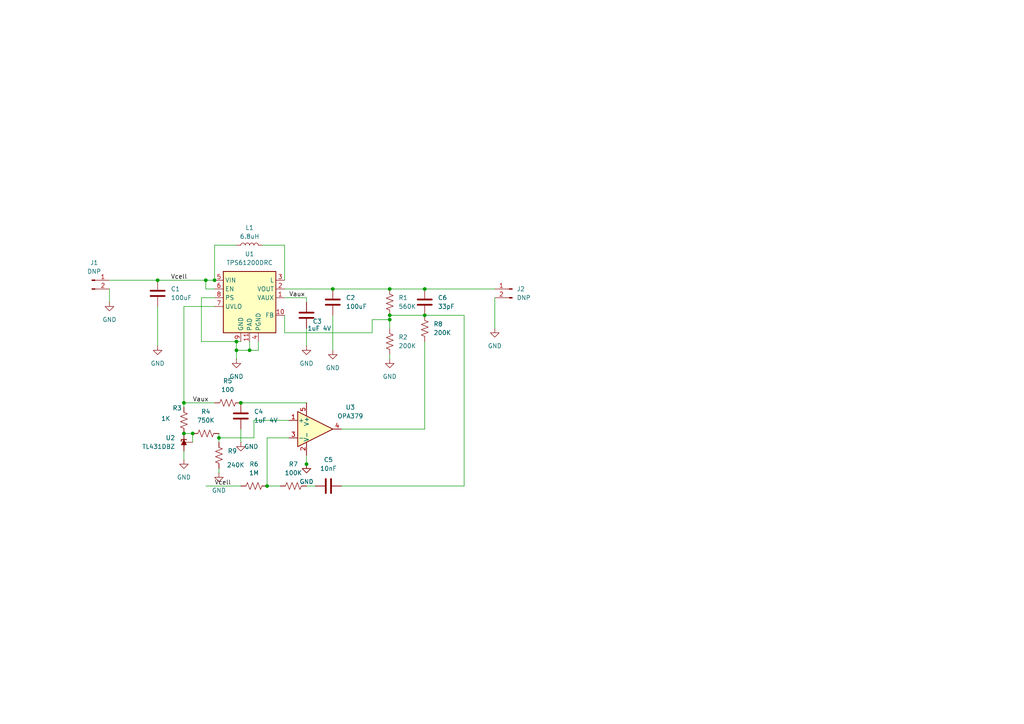
<source format=kicad_sch>
(kicad_sch (version 20231120) (generator "eeschema") (generator_version "8.0")
  (paper "A4")
  (lib_symbols
    (symbol "Amplifier_Operational:OPA376xxDCK" (pin_names (offset 0.127))
      (property "Reference" "U" (at 0 5.08 0))
      (property "Value" "OPA376xxDCK" (at 0 -5.08 0))
      (symbol "OPA376xxDCK_0_1"
        (polyline (pts (xy -5.08 5.08) (xy 5.08 0) (xy -5.08 -5.08) (xy -5.08 5.08)) (stroke (width 0.254)) (fill (type background)))
        (pin power_in line (at -2.54 -7.62 90) (length 3.81) (name "V-") (number "2"))
        (pin power_in line (at -2.54 7.62 270) (length 3.81) (name "V+") (number "5"))
      )
      (symbol "OPA376xxDCK_1_1"
        (pin input line (at -7.62 2.54 0) (length 2.54) (name "+") (number "1"))
        (pin input line (at -7.62 -2.54 0) (length 2.54) (name "-") (number "3"))
        (pin output line (at 7.62 0 180) (length 2.54) (name "~") (number "4"))
      )
    )
    (symbol "Connector:Conn_01x02_Pin" (pin_names (offset 1.016) hide)
      (property "Reference" "J" (at 0 2.54 0))
      (property "Value" "Conn_01x02_Pin" (at 0 -5.08 0))
      (symbol "Conn_01x02_Pin_1_1"
        (polyline (pts (xy 1.27 -2.54) (xy 0.8636 -2.54)) (stroke (width 0.1524)))
        (polyline (pts (xy 1.27 0) (xy 0.8636 0)) (stroke (width 0.1524)))
        (rectangle (start 0.8636 -2.413) (end 0 -2.667) (stroke (width 0.1524)) (fill (type outline)))
        (rectangle (start 0.8636 0.127) (end 0 -0.127) (stroke (width 0.1524)) (fill (type outline)))
        (pin passive line (at 5.08 0 180) (length 3.81) (name "Pin_1") (number "1"))
        (pin passive line (at 5.08 -2.54 180) (length 3.81) (name "Pin_2") (number "2"))
      )
    )
    (symbol "Device:C" (pin_numbers hide) (pin_names (offset 0.254))
      (property "Reference" "C" (at 0.635 2.54 0))
      (property "Value" "C" (at 0.635 -2.54 0))
      (symbol "C_0_1"
        (polyline (pts (xy -2.032 -0.762) (xy 2.032 -0.762)) (stroke (width 0.508)))
        (polyline (pts (xy -2.032 0.762) (xy 2.032 0.762)) (stroke (width 0.508)))
      )
      (symbol "C_1_1"
        (pin passive line (at 0 3.81 270) (length 2.794) (name "~") (number "1"))
        (pin passive line (at 0 -3.81 90) (length 2.794) (name "~") (number "2"))
      )
    )
    (symbol "Device:L" (pin_numbers hide) (pin_names (offset 1.016) hide)
      (property "Reference" "L" (at -1.27 0 90))
      (property "Value" "L" (at 1.905 0 90))
      (symbol "L_0_1"
        (arc (start 0 -2.54) (mid 0.6323 -1.905) (end 0 -1.27))
        (arc (start 0 -1.27) (mid 0.6323 -0.635) (end 0 0))
        (arc (start 0 0) (mid 0.6323 0.635) (end 0 1.27))
        (arc (start 0 1.27) (mid 0.6323 1.905) (end 0 2.54))
      )
      (symbol "L_1_1"
        (pin passive line (at 0 3.81 270) (length 1.27) (name "1") (number "1"))
        (pin passive line (at 0 -3.81 90) (length 1.27) (name "2") (number "2"))
      )
    )
    (symbol "Device:R_US" (pin_numbers hide) (pin_names (offset 0))
      (property "Reference" "R" (at 2.54 0 90))
      (property "Value" "R_US" (at -2.54 0 90))
      (symbol "R_US_0_1"
        (polyline (pts (xy 0 -2.286) (xy 0 -2.54)))
        (polyline (pts (xy 0 2.286) (xy 0 2.54)))
        (polyline (pts (xy 0 -0.762) (xy 1.016 -1.143) (xy 0 -1.524) (xy -1.016 -1.905) (xy 0 -2.286)))
        (polyline (pts (xy 0 0.762) (xy 1.016 0.381) (xy 0 0) (xy -1.016 -0.381) (xy 0 -0.762)))
        (polyline (pts (xy 0 2.286) (xy 1.016 1.905) (xy 0 1.524) (xy -1.016 1.143) (xy 0 0.762)))
      )
      (symbol "R_US_1_1"
        (pin passive line (at 0 3.81 270) (length 1.27) (name "~") (number "1"))
        (pin passive line (at 0 -3.81 90) (length 1.27) (name "~") (number "2"))
      )
    )
    (symbol "Reference_Voltage:TL431DBZ" (pin_numbers hide) (pin_names hide)
      (property "Reference" "U" (at -2.54 2.54 0))
      (property "Value" "TL431DBZ" (at 0 -2.54 0))
      (symbol "TL431DBZ_0_1"
        (polyline (pts (xy -1.27 0) (xy 0 0) (xy 1.27 0)))
        (polyline (pts (xy -0.762 -0.762) (xy -0.762 0.762) (xy 0.762 0) (xy -0.762 -0.762)) (fill (type outline)))
        (polyline (pts (xy 0.254 -0.762) (xy 0.762 -0.762) (xy 0.762 0.762) (xy 0.762 0.762)) (stroke (width 0.254)))
      )
      (symbol "TL431DBZ_1_1"
        (pin passive line (at 2.54 0 180) (length 2.54) (name "K") (number "1"))
        (pin passive line (at 0 2.54 270) (length 2.54) (name "REF") (number "2"))
        (pin passive line (at -2.54 0 0) (length 2.54) (name "A") (number "3"))
      )
    )
    (symbol "Regulator_Switching:TPS61200DRC"
      (property "Reference" "U" (at -10.16 8.89 0))
      (property "Value" "TPS61200DRC" (at -2.54 8.89 0))
      (symbol "TPS61200DRC_0_1"
        (rectangle (start -7.62 7.62) (end 7.62 -10.16) (stroke (width 0.254)) (fill (type background)))
      )
      (symbol "TPS61200DRC_1_1"
        (pin bidirectional line (at 10.16 0 180) (length 2.54) (name "VAUX") (number "1"))
        (pin input line (at 10.16 -5.08 180) (length 2.54) (name "FB") (number "10"))
        (pin power_in line (at 0 -12.7 90) (length 2.54) (name "PAD") (number "11"))
        (pin power_out line (at 10.16 2.54 180) (length 2.54) (name "VOUT") (number "2"))
        (pin input line (at 10.16 5.08 180) (length 2.54) (name "L") (number "3"))
        (pin power_in line (at 2.54 -12.7 90) (length 2.54) (name "PGND") (number "4"))
        (pin power_in line (at -10.16 5.08 0) (length 2.54) (name "VIN") (number "5"))
        (pin input line (at -10.16 2.54 0) (length 2.54) (name "EN") (number "6"))
        (pin input line (at -10.16 -2.54 0) (length 2.54) (name "UVLO") (number "7"))
        (pin input line (at -10.16 0 0) (length 2.54) (name "PS") (number "8"))
        (pin power_in line (at -2.54 -12.7 90) (length 2.54) (name "GND") (number "9"))
      )
    )
    (symbol "power:GND" (power) (pin_numbers hide) (pin_names (offset 0) hide)
      (property "Value" "GND" (at 0 -3.81 0))
      (symbol "GND_0_1"
        (polyline (pts (xy 0 0) (xy 0 -1.27) (xy 1.27 -1.27) (xy 0 -2.54) (xy -1.27 -1.27) (xy 0 -1.27)))
      )
      (symbol "GND_1_1"
        (pin power_in line (at 0 0 270) (length 0) (name "~") (number "1"))
      )
    )
  )
  (junction (at 53.34 116.84))
  (junction (at 59.69 81.28))
  (junction (at 62.23 81.28))
  (junction (at 113.03 83.82))
  (junction (at 123.19 91.44))
  (junction (at 45.72 81.28))
  (junction (at 96.52 83.82))
  (junction (at 68.58 99.06))
  (junction (at 77.47 140.97))
  (junction (at 88.9 134.62))
  (junction (at 113.03 92.71))
  (junction (at 69.85 116.84))
  (junction (at 63.5 127))
  (junction (at 55.88 125.73))
  (junction (at 113.03 91.44))
  (junction (at 68.58 101.6))
  (junction (at 53.34 125.73))
  (junction (at 72.39 101.6))
  (junction (at 123.19 83.82))
  (wire (pts (xy 62.23 88.9) (xy 53.34 88.9)))
  (wire (pts (xy 63.5 125.73) (xy 63.5 127)))
  (wire (pts (xy 62.23 71.12) (xy 68.58 71.12)))
  (wire (pts (xy 88.9 140.97) (xy 91.44 140.97)))
  (wire (pts (xy 82.55 71.12) (xy 82.55 81.28)))
  (wire (pts (xy 88.9 95.25) (xy 88.9 100.33)))
  (wire (pts (xy 88.9 132.08) (xy 88.9 134.62)))
  (wire (pts (xy 63.5 127) (xy 63.5 128.27)))
  (wire (pts (xy 113.03 91.44) (xy 113.03 92.71)))
  (wire (pts (xy 123.19 83.82) (xy 143.51 83.82)))
  (wire (pts (xy 96.52 83.82) (xy 113.03 83.82)))
  (wire (pts (xy 55.88 125.73) (xy 55.88 128.27)))
  (wire (pts (xy 88.9 86.36) (xy 88.9 87.63)))
  (wire (pts (xy 83.82 121.92) (xy 73.66 121.92)))
  (wire (pts (xy 59.69 81.28) (xy 62.23 81.28)))
  (wire (pts (xy 58.42 99.06) (xy 68.58 99.06)))
  (wire (pts (xy 123.19 91.44) (xy 113.03 91.44)))
  (wire (pts (xy 63.5 135.89) (xy 63.5 137.16)))
  (wire (pts (xy 77.47 127) (xy 77.47 140.97)))
  (wire (pts (xy 68.58 99.06) (xy 68.58 101.6)))
  (wire (pts (xy 53.34 88.9) (xy 53.34 116.84)))
  (wire (pts (xy 62.23 81.28) (xy 62.23 71.12)))
  (wire (pts (xy 113.03 83.82) (xy 123.19 83.82)))
  (wire (pts (xy 96.52 91.44) (xy 96.52 101.6)))
  (wire (pts (xy 45.72 81.28) (xy 59.69 81.28)))
  (wire (pts (xy 73.66 127) (xy 63.5 127)))
  (wire (pts (xy 59.69 83.82) (xy 59.69 81.28)))
  (wire (pts (xy 45.72 88.9) (xy 45.72 100.33)))
  (wire (pts (xy 62.23 86.36) (xy 58.42 86.36)))
  (wire (pts (xy 72.39 99.06) (xy 72.39 101.6)))
  (wire (pts (xy 55.88 125.73) (xy 53.34 125.73)))
  (wire (pts (xy 31.75 81.28) (xy 45.72 81.28)))
  (wire (pts (xy 134.62 140.97) (xy 134.62 91.44)))
  (wire (pts (xy 74.93 99.06) (xy 74.93 101.6)))
  (wire (pts (xy 76.2 71.12) (xy 82.55 71.12)))
  (wire (pts (xy 113.03 102.87) (xy 113.03 104.14)))
  (wire (pts (xy 31.75 83.82) (xy 31.75 87.63)))
  (wire (pts (xy 143.51 86.36) (xy 143.51 95.25)))
  (wire (pts (xy 107.95 96.52) (xy 107.95 92.71)))
  (wire (pts (xy 82.55 96.52) (xy 107.95 96.52)))
  (wire (pts (xy 82.55 83.82) (xy 96.52 83.82)))
  (wire (pts (xy 83.82 127) (xy 77.47 127)))
  (wire (pts (xy 107.95 92.71) (xy 113.03 92.71)))
  (wire (pts (xy 123.19 124.46) (xy 123.19 99.06)))
  (wire (pts (xy 53.34 116.84) (xy 53.34 118.11)))
  (wire (pts (xy 68.58 99.06) (xy 69.85 99.06)))
  (wire (pts (xy 62.23 83.82) (xy 59.69 83.82)))
  (wire (pts (xy 99.06 124.46) (xy 123.19 124.46)))
  (wire (pts (xy 69.85 124.46) (xy 69.85 128.27)))
  (wire (pts (xy 113.03 92.71) (xy 113.03 95.25)))
  (wire (pts (xy 59.69 140.97) (xy 69.85 140.97)))
  (wire (pts (xy 53.34 130.81) (xy 53.34 133.35)))
  (wire (pts (xy 68.58 101.6) (xy 68.58 104.14)))
  (wire (pts (xy 62.23 116.84) (xy 53.34 116.84)))
  (wire (pts (xy 72.39 101.6) (xy 68.58 101.6)))
  (wire (pts (xy 69.85 116.84) (xy 88.9 116.84)))
  (wire (pts (xy 77.47 140.97) (xy 81.28 140.97)))
  (wire (pts (xy 73.66 121.92) (xy 73.66 127)))
  (wire (pts (xy 82.55 86.36) (xy 88.9 86.36)))
  (wire (pts (xy 58.42 86.36) (xy 58.42 99.06)))
  (wire (pts (xy 82.55 91.44) (xy 82.55 96.52)))
  (wire (pts (xy 134.62 91.44) (xy 123.19 91.44)))
  (wire (pts (xy 99.06 140.97) (xy 134.62 140.97)))
  (wire (pts (xy 74.93 101.6) (xy 72.39 101.6)))
  (label "Vcell" (at 62.23 140.97 0))
  (label "Vaux" (at 83.82 86.36 0))
  (label "Vcell" (at 49.53 81.28 0))
  (label "Vaux" (at 55.88 116.84 0))
  (symbol (lib_id "power:GND") (at 96.52 101.6 0) (unit 1)
    (property "Reference" "#PWR02" (effects (hide yes)))
    (property "Value" "GND" (at 96.52 106.68 0))
    (property "Description" "Power symbol creates a global label with name \"GND\" , ground" (effects (hide yes)))
  )
  (symbol (lib_id "Device:R_US") (at 53.34 121.92 0) (unit 1)
    (property "Reference" "R3" (at 50.038 118.364 0) (effects (justify left)))
    (property "Value" "1K" (at 46.736 121.412 0) (effects (justify left)))
    (property "Footprint" "Resistor_SMD:R_0402_1005Metric" (effects (hide yes)))
    (property "Description" "Resistor, US symbol" (effects (hide yes)))
  )
  (symbol (lib_id "Device:C") (at 88.9 91.44 0) (unit 1)
    (property "Reference" "C3" (at 90.678 93.218 0) (effects (justify left)))
    (property "Value" "1uF 4V" (at 89.154 95.25 0) (effects (justify left)))
    (property "Footprint" "Capacitor_SMD:C_0402_1005Metric" (effects (hide yes)))
    (property "Description" "Unpolarized capacitor" (effects (hide yes)))
  )
  (symbol (lib_id "power:GND") (at 88.9 134.62 0) (unit 1)
    (property "Reference" "#PWR012" (effects (hide yes)))
    (property "Value" "GND" (at 88.9 139.7 0))
    (property "Description" "Power symbol creates a global label with name \"GND\" , ground" (effects (hide yes)))
  )
  (symbol (lib_id "Device:C") (at 95.25 140.97 90) (unit 1)
    (property "Reference" "C5" (at 95.25 133.35 90))
    (property "Value" "10nF" (at 95.25 135.89 90))
    (property "Footprint" "Capacitor_SMD:C_0402_1005Metric" (effects (hide yes)))
    (property "Description" "Unpolarized capacitor" (effects (hide yes)))
  )
  (symbol (lib_id "Device:R_US") (at 59.69 125.73 90) (unit 1)
    (property "Reference" "R4" (at 59.69 119.38 90))
    (property "Value" "750K" (at 59.69 121.92 90))
    (property "Footprint" "Resistor_SMD:R_0402_1005Metric" (effects (hide yes)))
    (property "Description" "Resistor, US symbol" (effects (hide yes)))
  )
  (symbol (lib_id "power:GND") (at 53.34 133.35 0) (unit 1)
    (property "Reference" "#PWR06" (effects (hide yes)))
    (property "Value" "GND" (at 53.34 138.43 0))
    (property "Description" "Power symbol creates a global label with name \"GND\" , ground" (effects (hide yes)))
  )
  (symbol (lib_id "power:GND") (at 69.85 128.27 0) (unit 1)
    (property "Reference" "#PWR07" (effects (hide yes)))
    (property "Value" "GND" (at 72.898 129.54 0))
    (property "Description" "Power symbol creates a global label with name \"GND\" , ground" (effects (hide yes)))
  )
  (symbol (lib_id "Device:R_US") (at 85.09 140.97 90) (unit 1)
    (property "Reference" "R7" (at 85.09 134.62 90))
    (property "Value" "100K" (at 85.09 137.16 90))
    (property "Footprint" "Resistor_SMD:R_0402_1005Metric" (effects (hide yes)))
    (property "Description" "Resistor, US symbol" (effects (hide yes)))
  )
  (symbol (lib_id "Connector:Conn_01x02_Pin") (at 26.67 81.28 0) (unit 1)
    (property "Reference" "J1" (at 27.305 76.2 0))
    (property "Value" "DNP" (at 27.305 78.74 0))
    (property "Footprint" "Connector_PinHeader_2.54mm:PinHeader_1x02_P2.54mm_Vertical" (effects (hide yes)))
    (property "Description" "Generic connector, single row, 01x02, script generated" (effects (hide yes)))
  )
  (symbol (lib_id "power:GND") (at 88.9 100.33 0) (unit 1)
    (property "Reference" "#PWR01" (effects (hide yes)))
    (property "Value" "GND" (at 88.9 105.41 0))
    (property "Description" "Power symbol creates a global label with name \"GND\" , ground" (effects (hide yes)))
  )
  (symbol (lib_id "Amplifier_Operational:OPA376xxDCK") (at 91.44 124.46 0) (unit 1)
    (property "Reference" "U3" (at 101.6 118.1414 0))
    (property "Value" "OPA379" (at 101.6 120.6814 0))
    (property "Footprint" "Package_TO_SOT_SMD:SOT-353_SC-70-5" (effects (hide yes)))
    (property "Datasheet" "http://www.ti.com/lit/ds/symlink/opa376.pdf" (effects (hide yes)))
    (property "Description" "Single Low-Noise, Low Quiescent Current, Precision Operational Amplifier e-trim Series, SC-70-5" (effects (hide yes)))
  )
  (symbol (lib_id "power:GND") (at 68.58 104.14 0) (unit 1)
    (property "Reference" "#PWR04" (effects (hide yes)))
    (property "Value" "GND" (at 68.58 109.22 0))
    (property "Description" "Power symbol creates a global label with name \"GND\" , ground" (effects (hide yes)))
  )
  (symbol (lib_id "Device:C") (at 123.19 87.63 0) (unit 1)
    (property "Reference" "C6" (at 127 86.3599 0) (effects (justify left)))
    (property "Value" "33pF" (at 127 88.8999 0) (effects (justify left)))
    (property "Footprint" "Capacitor_SMD:C_0402_1005Metric" (effects (hide yes)))
    (property "Description" "Unpolarized capacitor" (effects (hide yes)))
  )
  (symbol (lib_id "Device:R_US") (at 113.03 99.06 0) (unit 1)
    (property "Reference" "R2" (at 115.57 97.7899 0) (effects (justify left)))
    (property "Value" "200K" (at 115.57 100.3299 0) (effects (justify left)))
    (property "Footprint" "Resistor_SMD:R_0402_1005Metric" (effects (hide yes)))
    (property "Description" "Resistor, US symbol" (effects (hide yes)))
  )
  (symbol (lib_id "Device:R_US") (at 63.5 132.08 0) (unit 1)
    (property "Reference" "R9" (at 66.04 130.8099 0) (effects (justify left)))
    (property "Value" "240K" (at 65.786 134.874 0) (effects (justify left)))
    (property "Footprint" "Resistor_SMD:R_0402_1005Metric" (effects (hide yes)))
    (property "Description" "Resistor, US symbol" (effects (hide yes)))
  )
  (symbol (lib_id "power:GND") (at 113.03 104.14 0) (unit 1)
    (property "Reference" "#PWR05" (effects (hide yes)))
    (property "Value" "GND" (at 113.03 109.22 0))
    (property "Description" "Power symbol creates a global label with name \"GND\" , ground" (effects (hide yes)))
  )
  (symbol (lib_id "Device:C") (at 45.72 85.09 0) (unit 1)
    (property "Reference" "C1" (at 49.53 83.8199 0) (effects (justify left)))
    (property "Value" "100uF" (at 49.53 86.3599 0) (effects (justify left)))
    (property "Footprint" "Capacitor_SMD:C_1206_3216Metric" (effects (hide yes)))
    (property "Description" "Unpolarized capacitor" (effects (hide yes)))
  )
  (symbol (lib_id "Device:R_US") (at 113.03 87.63 0) (unit 1)
    (property "Reference" "R1" (at 115.57 86.3599 0) (effects (justify left)))
    (property "Value" "560K" (at 115.57 88.8999 0) (effects (justify left)))
    (property "Footprint" "Resistor_SMD:R_0402_1005Metric" (effects (hide yes)))
    (property "Description" "Resistor, US symbol" (effects (hide yes)))
  )
  (symbol (lib_id "Device:R_US") (at 66.04 116.84 90) (unit 1)
    (property "Reference" "R5" (at 66.04 110.49 90))
    (property "Value" "100" (at 66.04 113.03 90))
    (property "Footprint" "Resistor_SMD:R_0402_1005Metric" (effects (hide yes)))
    (property "Description" "Resistor, US symbol" (effects (hide yes)))
  )
  (symbol (lib_id "power:GND") (at 31.75 87.63 0) (unit 1)
    (property "Reference" "#PWR010" (effects (hide yes)))
    (property "Value" "GND" (at 31.75 92.71 0))
    (property "Description" "Power symbol creates a global label with name \"GND\" , ground" (effects (hide yes)))
  )
  (symbol (lib_id "Device:R_US") (at 73.66 140.97 90) (unit 1)
    (property "Reference" "R6" (at 73.66 134.62 90))
    (property "Value" "1M" (at 73.66 137.16 90))
    (property "Footprint" "Resistor_SMD:R_0402_1005Metric" (effects (hide yes)))
    (property "Description" "Resistor, US symbol" (effects (hide yes)))
  )
  (symbol (lib_id "Connector:Conn_01x02_Pin") (at 148.59 83.82 0) (mirror y) (unit 1)
    (property "Reference" "J2" (at 149.86 83.8199 0) (effects (justify right)))
    (property "Value" "DNP" (at 149.86 86.3599 0) (effects (justify right)))
    (property "Footprint" "Connector_PinHeader_2.54mm:PinHeader_1x02_P2.54mm_Vertical" (effects (hide yes)))
    (property "Description" "Generic connector, single row, 01x02, script generated" (effects (hide yes)))
  )
  (symbol (lib_id "Device:L") (at 72.39 71.12 90) (unit 1)
    (property "Reference" "L1" (at 72.39 66.04 90))
    (property "Value" "6.8uH" (at 72.39 68.58 90))
    (property "Footprint" "Library:IND_VLS252010HBX-6R8M-1" (effects (hide yes)))
    (property "Description" "Inductor" (effects (hide yes)))
    (property "Digikey" "587-3228-1-ND" (effects (hide yes)))
    (property "Part" "VLS252010HBX-6R8M-1" (effects (hide yes)))
  )
  (symbol (lib_id "Device:R_US") (at 123.19 95.25 0) (unit 1)
    (property "Reference" "R8" (at 125.73 93.9799 0) (effects (justify left)))
    (property "Value" "200K" (at 125.73 96.5199 0) (effects (justify left)))
    (property "Footprint" "Resistor_SMD:R_0402_1005Metric" (effects (hide yes)))
    (property "Description" "Resistor, US symbol" (effects (hide yes)))
  )
  (symbol (lib_id "power:GND") (at 63.5 137.16 0) (unit 1)
    (property "Reference" "#PWR08" (effects (hide yes)))
    (property "Value" "GND" (at 63.5 142.24 0))
    (property "Description" "Power symbol creates a global label with name \"GND\" , ground" (effects (hide yes)))
  )
  (symbol (lib_id "power:GND") (at 143.51 95.25 0) (unit 1)
    (property "Reference" "#PWR09" (effects (hide yes)))
    (property "Value" "GND" (at 143.51 100.33 0))
    (property "Description" "Power symbol creates a global label with name \"GND\" , ground" (effects (hide yes)))
  )
  (symbol (lib_id "Device:C") (at 96.52 87.63 0) (unit 1)
    (property "Reference" "C2" (at 100.33 86.3599 0) (effects (justify left)))
    (property "Value" "100uF" (at 100.33 88.8999 0) (effects (justify left)))
    (property "Footprint" "Capacitor_SMD:C_1206_3216Metric" (effects (hide yes)))
    (property "Description" "Unpolarized capacitor" (effects (hide yes)))
  )
  (symbol (lib_id "power:GND") (at 45.72 100.33 0) (unit 1)
    (property "Reference" "#PWR03" (effects (hide yes)))
    (property "Value" "GND" (at 45.72 105.41 0))
    (property "Description" "Power symbol creates a global label with name \"GND\" , ground" (effects (hide yes)))
  )
  (symbol (lib_id "Regulator_Switching:TPS61200DRC") (at 72.39 86.36 0) (unit 1)
    (property "Reference" "U1" (at 72.39 73.66 0))
    (property "Value" "TPS61200DRC" (at 72.39 76.2 0))
    (property "Footprint" "Package_SON:Texas_S-PVSON-N10_ThermalVias" (effects (hide yes)))
    (property "Datasheet" "http://www.ti.com/lit/ds/symlink/tps61200.pdf" (effects (hide yes)))
    (property "Description" "Low Input Voltage Synchronous Boost Converter With 1.3A Switches, Adjustable Output Voltage, 0.3-5.5V Input Voltage, VSON-10" (effects (hide yes)))
  )
  (symbol (lib_id "Reference_Voltage:TL431DBZ") (at 53.34 128.27 270) (mirror x) (unit 1)
    (property "Reference" "U2" (at 50.8 126.9999 90) (effects (justify right)))
    (property "Value" "TL431DBZ" (at 50.8 129.5399 90) (effects (justify right)))
    (property "Footprint" "Package_TO_SOT_SMD:SOT-23" (effects (hide yes)))
    (property "Datasheet" "http://www.ti.com/lit/ds/symlink/tl431.pdf" (effects (hide yes)))
    (property "Description" "Shunt Regulator, SOT-23" (effects (hide yes)))
  )
  (symbol (lib_id "power:GND") (at 88.9 134.62 0) (unit 1)
    (property "Reference" "#PWR011" (effects (hide yes)))
    (property "Value" "GND" (at 88.9 139.7 0))
    (property "Description" "Power symbol creates a global label with name \"GND\" , ground" (effects (hide yes)))
  )
  (symbol (lib_id "Device:C") (at 69.85 120.65 0) (unit 1)
    (property "Reference" "C4" (at 73.66 119.3799 0) (effects (justify left)))
    (property "Value" "1uF 4V" (at 73.66 121.9199 0) (effects (justify left)))
    (property "Footprint" "Capacitor_SMD:C_0402_1005Metric" (effects (hide yes)))
    (property "Description" "Unpolarized capacitor" (effects (hide yes)))
  )
)
</source>
